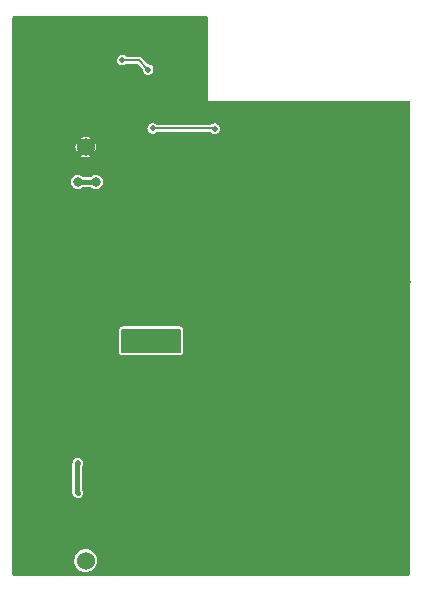
<source format=gbl>
%TF.GenerationSoftware,KiCad,Pcbnew,6.0.4-6f826c9f35~116~ubuntu20.04.1*%
%TF.CreationDate,2022-05-04T20:11:08+02:00*%
%TF.ProjectId,han_to_wifi_board,68616e5f-746f-45f7-9769-66695f626f61,rev?*%
%TF.SameCoordinates,Original*%
%TF.FileFunction,Copper,L2,Bot*%
%TF.FilePolarity,Positive*%
%FSLAX46Y46*%
G04 Gerber Fmt 4.6, Leading zero omitted, Abs format (unit mm)*
G04 Created by KiCad (PCBNEW 6.0.4-6f826c9f35~116~ubuntu20.04.1) date 2022-05-04 20:11:08*
%MOMM*%
%LPD*%
G01*
G04 APERTURE LIST*
%TA.AperFunction,ComponentPad*%
%ADD10C,1.524000*%
%TD*%
%TA.AperFunction,ViaPad*%
%ADD11C,0.800000*%
%TD*%
%TA.AperFunction,ViaPad*%
%ADD12C,0.500000*%
%TD*%
%TA.AperFunction,ViaPad*%
%ADD13C,0.600000*%
%TD*%
%TA.AperFunction,Conductor*%
%ADD14C,0.400000*%
%TD*%
%TA.AperFunction,Conductor*%
%ADD15C,0.200000*%
%TD*%
G04 APERTURE END LIST*
D10*
%TO.P,C3,1*%
%TO.N,/24V*%
X121718400Y-71181600D03*
%TO.P,C3,2*%
%TO.N,GND*%
X121718400Y-36181600D03*
%TD*%
D11*
%TO.N,+3V3*%
X122580400Y-39116000D03*
X121056400Y-39116000D03*
D12*
%TO.N,/GPIO0*%
X132633600Y-34600000D03*
X127406400Y-34594800D03*
D13*
%TO.N,GND*%
X116250000Y-65025000D03*
X116275000Y-64125000D03*
D11*
%TO.N,+3V3*%
X128200000Y-52000000D03*
X128200000Y-53000000D03*
X125200000Y-53000000D03*
X129200000Y-52000000D03*
D12*
X121050000Y-65425000D03*
X121050000Y-62925000D03*
D11*
X125200000Y-52000000D03*
X126200000Y-52000000D03*
X126200000Y-53000000D03*
X129200000Y-53000000D03*
%TO.N,GND*%
X121800000Y-64000000D03*
X118110000Y-35052000D03*
D12*
X146558000Y-50800000D03*
D11*
X122000000Y-31400000D03*
X122400000Y-56800000D03*
X125800000Y-40200000D03*
X135483600Y-57759600D03*
D12*
X116840000Y-36068000D03*
D11*
X116400000Y-70200000D03*
D12*
X120142000Y-63500000D03*
D11*
X122312000Y-51832000D03*
X125984000Y-50652000D03*
X148800000Y-47600000D03*
X119634000Y-35102800D03*
X128200000Y-45400000D03*
X130048000Y-36779200D03*
D12*
X124400000Y-42672000D03*
X128200000Y-41400000D03*
D11*
X131876800Y-67000000D03*
X129997200Y-33375600D03*
X130391608Y-49979157D03*
D13*
X118668800Y-65176400D03*
D11*
X128800000Y-50000000D03*
X145338800Y-67000000D03*
X124358400Y-32156400D03*
X143200000Y-57708800D03*
D12*
%TO.N,/ESP_Tx*%
X127000000Y-29600000D03*
X124815600Y-28803600D03*
%TD*%
D14*
%TO.N,+3V3*%
X121056400Y-39116000D02*
X122580400Y-39116000D01*
D15*
%TO.N,/GPIO0*%
X132633600Y-34600000D02*
X132628400Y-34594800D01*
X132628400Y-34594800D02*
X127406400Y-34594800D01*
%TO.N,/ESP_Tx*%
X124815600Y-28803600D02*
X126203600Y-28803600D01*
X126203600Y-28803600D02*
X127000000Y-29600000D01*
D14*
%TO.N,+3V3*%
X121050000Y-62925000D02*
X121000489Y-62974511D01*
X121000489Y-62974511D02*
X121000489Y-65375489D01*
X121000489Y-65375489D02*
X121050000Y-65425000D01*
%TD*%
%TA.AperFunction,Conductor*%
%TO.N,GND*%
G36*
X132030121Y-25112502D02*
G01*
X132076614Y-25166158D01*
X132088000Y-25218500D01*
X132088000Y-32284000D01*
X148328000Y-32284000D01*
X148328000Y-32279407D01*
X148358651Y-32275000D01*
X149076300Y-32275000D01*
X149144421Y-32295002D01*
X149190914Y-32348658D01*
X149202300Y-32401000D01*
X149202300Y-72317500D01*
X149182298Y-72385621D01*
X149128642Y-72432114D01*
X149076300Y-72443500D01*
X115642500Y-72443500D01*
X115574379Y-72423498D01*
X115527886Y-72369842D01*
X115516500Y-72317500D01*
X115516500Y-71168096D01*
X120751337Y-71168096D01*
X120767132Y-71356190D01*
X120819160Y-71537634D01*
X120905440Y-71705517D01*
X120909265Y-71710343D01*
X120909267Y-71710346D01*
X121018856Y-71848614D01*
X121018860Y-71848619D01*
X121022685Y-71853444D01*
X121166430Y-71975780D01*
X121171808Y-71978786D01*
X121171810Y-71978787D01*
X121248815Y-72021824D01*
X121331200Y-72067867D01*
X121510717Y-72126195D01*
X121698145Y-72148545D01*
X121704280Y-72148073D01*
X121704282Y-72148073D01*
X121880203Y-72134537D01*
X121880207Y-72134536D01*
X121886345Y-72134064D01*
X121892277Y-72132408D01*
X121892281Y-72132407D01*
X122062204Y-72084963D01*
X122062208Y-72084962D01*
X122068148Y-72083303D01*
X122147697Y-72043120D01*
X122231128Y-72000977D01*
X122231130Y-72000976D01*
X122236629Y-71998198D01*
X122385370Y-71881988D01*
X122389396Y-71877324D01*
X122389399Y-71877321D01*
X122504678Y-71743769D01*
X122504679Y-71743767D01*
X122508707Y-71739101D01*
X122601942Y-71574978D01*
X122661523Y-71395872D01*
X122685180Y-71208605D01*
X122685557Y-71181600D01*
X122667138Y-70993745D01*
X122612581Y-70813045D01*
X122523966Y-70646383D01*
X122404666Y-70500108D01*
X122398875Y-70495317D01*
X122263977Y-70383720D01*
X122263974Y-70383718D01*
X122259227Y-70379791D01*
X122093188Y-70290014D01*
X121912874Y-70234197D01*
X121906756Y-70233554D01*
X121906751Y-70233553D01*
X121731281Y-70215111D01*
X121731279Y-70215111D01*
X121725152Y-70214467D01*
X121609525Y-70224990D01*
X121543314Y-70231015D01*
X121543313Y-70231015D01*
X121537173Y-70231574D01*
X121356097Y-70284868D01*
X121188820Y-70372318D01*
X121041716Y-70490593D01*
X120920386Y-70635188D01*
X120829452Y-70800596D01*
X120772378Y-70980517D01*
X120751337Y-71168096D01*
X115516500Y-71168096D01*
X115516500Y-65419440D01*
X120594901Y-65419440D01*
X120596065Y-65428342D01*
X120596065Y-65428345D01*
X120610468Y-65538489D01*
X120610469Y-65538493D01*
X120611633Y-65547394D01*
X120663605Y-65665510D01*
X120746639Y-65764291D01*
X120854060Y-65835796D01*
X120977233Y-65874278D01*
X120986203Y-65874442D01*
X120986207Y-65874443D01*
X121044942Y-65875519D01*
X121106255Y-65876643D01*
X121168505Y-65859671D01*
X121222092Y-65845062D01*
X121222093Y-65845062D01*
X121230755Y-65842700D01*
X121238405Y-65838003D01*
X121238407Y-65838002D01*
X121333072Y-65779878D01*
X121333075Y-65779875D01*
X121340724Y-65775179D01*
X121346750Y-65768522D01*
X121421300Y-65686161D01*
X121421303Y-65686157D01*
X121427322Y-65679507D01*
X121483588Y-65563375D01*
X121504997Y-65436120D01*
X121505133Y-65425000D01*
X121486839Y-65297259D01*
X121433428Y-65179788D01*
X121427567Y-65172986D01*
X121422732Y-65165426D01*
X121425281Y-65163796D01*
X121402221Y-65112923D01*
X121400989Y-65095344D01*
X121400989Y-63254794D01*
X121422316Y-63185037D01*
X121427322Y-63179507D01*
X121431233Y-63171435D01*
X121431235Y-63171432D01*
X121455455Y-63121441D01*
X121483588Y-63063375D01*
X121504997Y-62936120D01*
X121505133Y-62925000D01*
X121486839Y-62797259D01*
X121433428Y-62679788D01*
X121349193Y-62582028D01*
X121240906Y-62511841D01*
X121232311Y-62509271D01*
X121232310Y-62509270D01*
X121125874Y-62477438D01*
X121125872Y-62477438D01*
X121117273Y-62474866D01*
X121108298Y-62474811D01*
X121108297Y-62474811D01*
X121053641Y-62474477D01*
X120988231Y-62474078D01*
X120976475Y-62477438D01*
X120872786Y-62507072D01*
X120872784Y-62507073D01*
X120864155Y-62509539D01*
X120755019Y-62578399D01*
X120669596Y-62675122D01*
X120665782Y-62683245D01*
X120665781Y-62683247D01*
X120639794Y-62738598D01*
X120614754Y-62791932D01*
X120613374Y-62800798D01*
X120596282Y-62910567D01*
X120596282Y-62910571D01*
X120594901Y-62919440D01*
X120596065Y-62928342D01*
X120596065Y-62928345D01*
X120598925Y-62950212D01*
X120599989Y-62966550D01*
X120599989Y-65377011D01*
X120598489Y-65396396D01*
X120594901Y-65419440D01*
X115516500Y-65419440D01*
X115516500Y-53468000D01*
X124508500Y-53468000D01*
X124513196Y-53511681D01*
X124524582Y-53564023D01*
X124527070Y-53574203D01*
X124570079Y-53654916D01*
X124616572Y-53708572D01*
X124634165Y-53726527D01*
X124713983Y-53771174D01*
X124734588Y-53777224D01*
X124777781Y-53789907D01*
X124777785Y-53789908D01*
X124782104Y-53791176D01*
X124786552Y-53791816D01*
X124786559Y-53791817D01*
X124835552Y-53798861D01*
X124835559Y-53798862D01*
X124840000Y-53799500D01*
X129668000Y-53799500D01*
X129671346Y-53799140D01*
X129671351Y-53799140D01*
X129708317Y-53795166D01*
X129708323Y-53795165D01*
X129711681Y-53794804D01*
X129764023Y-53783418D01*
X129764717Y-53783248D01*
X129764736Y-53783244D01*
X129765870Y-53782967D01*
X129774203Y-53780930D01*
X129854916Y-53737921D01*
X129868066Y-53726527D01*
X129907111Y-53692694D01*
X129907112Y-53692693D01*
X129908572Y-53691428D01*
X129926527Y-53673835D01*
X129971174Y-53594017D01*
X129991176Y-53525896D01*
X129991817Y-53521441D01*
X129998861Y-53472448D01*
X129998862Y-53472441D01*
X129999500Y-53468000D01*
X129999500Y-51688000D01*
X129994804Y-51644319D01*
X129983418Y-51591977D01*
X129980930Y-51581797D01*
X129937921Y-51501084D01*
X129891428Y-51447428D01*
X129873835Y-51429473D01*
X129794017Y-51384826D01*
X129752910Y-51372756D01*
X129730219Y-51366093D01*
X129730215Y-51366092D01*
X129725896Y-51364824D01*
X129721448Y-51364184D01*
X129721441Y-51364183D01*
X129672448Y-51357139D01*
X129672441Y-51357138D01*
X129668000Y-51356500D01*
X124840000Y-51356500D01*
X124836654Y-51356860D01*
X124836649Y-51356860D01*
X124799683Y-51360834D01*
X124799677Y-51360835D01*
X124796319Y-51361196D01*
X124743977Y-51372582D01*
X124743283Y-51372752D01*
X124743264Y-51372756D01*
X124742130Y-51373033D01*
X124733797Y-51375070D01*
X124653084Y-51418079D01*
X124647738Y-51422711D01*
X124647737Y-51422712D01*
X124632508Y-51435908D01*
X124599428Y-51464572D01*
X124581473Y-51482165D01*
X124536826Y-51561983D01*
X124516824Y-51630104D01*
X124516184Y-51634552D01*
X124516183Y-51634559D01*
X124509139Y-51683552D01*
X124509138Y-51683559D01*
X124508500Y-51688000D01*
X124508500Y-53468000D01*
X115516500Y-53468000D01*
X115516500Y-39116000D01*
X120450718Y-39116000D01*
X120471356Y-39272762D01*
X120531864Y-39418841D01*
X120628118Y-39544282D01*
X120753559Y-39640536D01*
X120899638Y-39701044D01*
X121056400Y-39721682D01*
X121064588Y-39720604D01*
X121204974Y-39702122D01*
X121213162Y-39701044D01*
X121359241Y-39640536D01*
X121484682Y-39544282D01*
X121486472Y-39546614D01*
X121536348Y-39519379D01*
X121563131Y-39516500D01*
X122073669Y-39516500D01*
X122141790Y-39536502D01*
X122151860Y-39544618D01*
X122152118Y-39544282D01*
X122277559Y-39640536D01*
X122423638Y-39701044D01*
X122580400Y-39721682D01*
X122588588Y-39720604D01*
X122728974Y-39702122D01*
X122737162Y-39701044D01*
X122883241Y-39640536D01*
X123008682Y-39544282D01*
X123104936Y-39418841D01*
X123165444Y-39272762D01*
X123186082Y-39116000D01*
X123165444Y-38959238D01*
X123104936Y-38813159D01*
X123008682Y-38687718D01*
X122883241Y-38591464D01*
X122737162Y-38530956D01*
X122580400Y-38510318D01*
X122423638Y-38530956D01*
X122277559Y-38591464D01*
X122152118Y-38687718D01*
X122150328Y-38685386D01*
X122100452Y-38712621D01*
X122073669Y-38715500D01*
X121563131Y-38715500D01*
X121495010Y-38695498D01*
X121484940Y-38687382D01*
X121484682Y-38687718D01*
X121365792Y-38596491D01*
X121359241Y-38591464D01*
X121213162Y-38530956D01*
X121056400Y-38510318D01*
X120899638Y-38530956D01*
X120753559Y-38591464D01*
X120628118Y-38687718D01*
X120531864Y-38813159D01*
X120471356Y-38959238D01*
X120450718Y-39116000D01*
X115516500Y-39116000D01*
X115516500Y-36944720D01*
X121320110Y-36944720D01*
X121323621Y-36949409D01*
X121444524Y-37003239D01*
X121457021Y-37007299D01*
X121621343Y-37042228D01*
X121634403Y-37043600D01*
X121802397Y-37043600D01*
X121815457Y-37042228D01*
X121979779Y-37007299D01*
X121992276Y-37003239D01*
X122106191Y-36952521D01*
X122116937Y-36943387D01*
X122115340Y-36937750D01*
X121731212Y-36553622D01*
X121717268Y-36546008D01*
X121715435Y-36546139D01*
X121708820Y-36550390D01*
X121326870Y-36932340D01*
X121320110Y-36944720D01*
X115516500Y-36944720D01*
X115516500Y-36188165D01*
X120852342Y-36188165D01*
X120869903Y-36355243D01*
X120872633Y-36368086D01*
X120924544Y-36527854D01*
X120929890Y-36539861D01*
X120946835Y-36569210D01*
X120957040Y-36578941D01*
X120965059Y-36575731D01*
X121346378Y-36194412D01*
X121352756Y-36182732D01*
X122082808Y-36182732D01*
X122082939Y-36184565D01*
X122087190Y-36191180D01*
X122468096Y-36572086D01*
X122480476Y-36578846D01*
X122487391Y-36573670D01*
X122506910Y-36539861D01*
X122512256Y-36527854D01*
X122564167Y-36368086D01*
X122566897Y-36355243D01*
X122584458Y-36188165D01*
X122584458Y-36175035D01*
X122566897Y-36007957D01*
X122564167Y-35995114D01*
X122512256Y-35835346D01*
X122506910Y-35823339D01*
X122489965Y-35793990D01*
X122479760Y-35784259D01*
X122471741Y-35787469D01*
X122090422Y-36168788D01*
X122082808Y-36182732D01*
X121352756Y-36182732D01*
X121353992Y-36180468D01*
X121353861Y-36178635D01*
X121349610Y-36172020D01*
X120968704Y-35791114D01*
X120956324Y-35784354D01*
X120949409Y-35789530D01*
X120929890Y-35823339D01*
X120924544Y-35835346D01*
X120872633Y-35995114D01*
X120869903Y-36007957D01*
X120852342Y-36175035D01*
X120852342Y-36188165D01*
X115516500Y-36188165D01*
X115516500Y-35419813D01*
X121319863Y-35419813D01*
X121321460Y-35425450D01*
X121705588Y-35809578D01*
X121719532Y-35817192D01*
X121721365Y-35817061D01*
X121727980Y-35812810D01*
X122109930Y-35430860D01*
X122116690Y-35418480D01*
X122113179Y-35413791D01*
X121992276Y-35359961D01*
X121979779Y-35355901D01*
X121815457Y-35320972D01*
X121802397Y-35319600D01*
X121634403Y-35319600D01*
X121621343Y-35320972D01*
X121457021Y-35355901D01*
X121444524Y-35359961D01*
X121330609Y-35410679D01*
X121319863Y-35419813D01*
X115516500Y-35419813D01*
X115516500Y-34589240D01*
X126951301Y-34589240D01*
X126952465Y-34598142D01*
X126952465Y-34598145D01*
X126966868Y-34708289D01*
X126966869Y-34708293D01*
X126968033Y-34717194D01*
X127020005Y-34835310D01*
X127103039Y-34934091D01*
X127210460Y-35005596D01*
X127333633Y-35044078D01*
X127342603Y-35044242D01*
X127342607Y-35044243D01*
X127401342Y-35045319D01*
X127462655Y-35046443D01*
X127524905Y-35029471D01*
X127578492Y-35014862D01*
X127578493Y-35014862D01*
X127587155Y-35012500D01*
X127594805Y-35007803D01*
X127594807Y-35007802D01*
X127689472Y-34949678D01*
X127689475Y-34949675D01*
X127697124Y-34944979D01*
X127704577Y-34936745D01*
X127706377Y-34935643D01*
X127710055Y-34932589D01*
X127710496Y-34933120D01*
X127765120Y-34899664D01*
X127797992Y-34895300D01*
X132234833Y-34895300D01*
X132302954Y-34915302D01*
X132318817Y-34927371D01*
X132324461Y-34932418D01*
X132330239Y-34939291D01*
X132437660Y-35010796D01*
X132526538Y-35038564D01*
X132551759Y-35046443D01*
X132560833Y-35049278D01*
X132569803Y-35049442D01*
X132569807Y-35049443D01*
X132628542Y-35050519D01*
X132689855Y-35051643D01*
X132752105Y-35034672D01*
X132805692Y-35020062D01*
X132805693Y-35020062D01*
X132814355Y-35017700D01*
X132822005Y-35013003D01*
X132822007Y-35013002D01*
X132916672Y-34954878D01*
X132916675Y-34954875D01*
X132924324Y-34950179D01*
X132930350Y-34943522D01*
X133004900Y-34861161D01*
X133004903Y-34861157D01*
X133010922Y-34854507D01*
X133067188Y-34738375D01*
X133070752Y-34717194D01*
X133087790Y-34615917D01*
X133088597Y-34611120D01*
X133088733Y-34600000D01*
X133070439Y-34472259D01*
X133065653Y-34461732D01*
X133020745Y-34362962D01*
X133020743Y-34362959D01*
X133017028Y-34354788D01*
X132991225Y-34324842D01*
X132938651Y-34263826D01*
X132938649Y-34263824D01*
X132932793Y-34257028D01*
X132824506Y-34186841D01*
X132815911Y-34184271D01*
X132815910Y-34184270D01*
X132709474Y-34152438D01*
X132709472Y-34152438D01*
X132700873Y-34149866D01*
X132691898Y-34149811D01*
X132691897Y-34149811D01*
X132637241Y-34149477D01*
X132571831Y-34149078D01*
X132560075Y-34152438D01*
X132456386Y-34182072D01*
X132456384Y-34182073D01*
X132447755Y-34184539D01*
X132440165Y-34189328D01*
X132354454Y-34243408D01*
X132338619Y-34253399D01*
X132332678Y-34260126D01*
X132327830Y-34264252D01*
X132262990Y-34293172D01*
X132246165Y-34294300D01*
X127799578Y-34294300D01*
X127731457Y-34274298D01*
X127716747Y-34263247D01*
X127711452Y-34258627D01*
X127705593Y-34251828D01*
X127597306Y-34181641D01*
X127588711Y-34179071D01*
X127588710Y-34179070D01*
X127482274Y-34147238D01*
X127482272Y-34147238D01*
X127473673Y-34144666D01*
X127464698Y-34144611D01*
X127464697Y-34144611D01*
X127410041Y-34144277D01*
X127344631Y-34143878D01*
X127282593Y-34161608D01*
X127229186Y-34176872D01*
X127229184Y-34176873D01*
X127220555Y-34179339D01*
X127111419Y-34248199D01*
X127105476Y-34254928D01*
X127105475Y-34254929D01*
X127097241Y-34264252D01*
X127025996Y-34344922D01*
X126971154Y-34461732D01*
X126962026Y-34520358D01*
X126952682Y-34580367D01*
X126952682Y-34580371D01*
X126951301Y-34589240D01*
X115516500Y-34589240D01*
X115516500Y-28798040D01*
X124360501Y-28798040D01*
X124361665Y-28806942D01*
X124361665Y-28806945D01*
X124376068Y-28917089D01*
X124376069Y-28917093D01*
X124377233Y-28925994D01*
X124429205Y-29044110D01*
X124512239Y-29142891D01*
X124619660Y-29214396D01*
X124742833Y-29252878D01*
X124751803Y-29253042D01*
X124751807Y-29253043D01*
X124810542Y-29254119D01*
X124871855Y-29255243D01*
X124934105Y-29238271D01*
X124987692Y-29223662D01*
X124987693Y-29223662D01*
X124996355Y-29221300D01*
X125004005Y-29216603D01*
X125004007Y-29216602D01*
X125098672Y-29158478D01*
X125098675Y-29158475D01*
X125106324Y-29153779D01*
X125113777Y-29145545D01*
X125115577Y-29144443D01*
X125119255Y-29141389D01*
X125119696Y-29141920D01*
X125174320Y-29108464D01*
X125207192Y-29104100D01*
X126026939Y-29104100D01*
X126095060Y-29124102D01*
X126116034Y-29141005D01*
X126510918Y-29535889D01*
X126544944Y-29598201D01*
X126546758Y-29608642D01*
X126561633Y-29722394D01*
X126613605Y-29840510D01*
X126696639Y-29939291D01*
X126804060Y-30010796D01*
X126927233Y-30049278D01*
X126936203Y-30049442D01*
X126936207Y-30049443D01*
X126994942Y-30050519D01*
X127056255Y-30051643D01*
X127118505Y-30034672D01*
X127172092Y-30020062D01*
X127172093Y-30020062D01*
X127180755Y-30017700D01*
X127188405Y-30013003D01*
X127188407Y-30013002D01*
X127283072Y-29954878D01*
X127283075Y-29954875D01*
X127290724Y-29950179D01*
X127296750Y-29943522D01*
X127371300Y-29861161D01*
X127371303Y-29861157D01*
X127377322Y-29854507D01*
X127433588Y-29738375D01*
X127454997Y-29611120D01*
X127455133Y-29600000D01*
X127436839Y-29472259D01*
X127383428Y-29354788D01*
X127299193Y-29257028D01*
X127190906Y-29186841D01*
X127182311Y-29184271D01*
X127182310Y-29184270D01*
X127075874Y-29152438D01*
X127075872Y-29152438D01*
X127067273Y-29149866D01*
X127058298Y-29149811D01*
X127058297Y-29149811D01*
X127027174Y-29149621D01*
X127026010Y-29149614D01*
X126958012Y-29129196D01*
X126937684Y-29112712D01*
X126453116Y-28628145D01*
X126451363Y-28626115D01*
X126449025Y-28621331D01*
X126413123Y-28588027D01*
X126409718Y-28584747D01*
X126396323Y-28571352D01*
X126392353Y-28568628D01*
X126389705Y-28566303D01*
X126375481Y-28553108D01*
X126375478Y-28553106D01*
X126366954Y-28545199D01*
X126356150Y-28540889D01*
X126352161Y-28538367D01*
X126341373Y-28532606D01*
X126337048Y-28530689D01*
X126327454Y-28524108D01*
X126316135Y-28521422D01*
X126316133Y-28521421D01*
X126303473Y-28518417D01*
X126285876Y-28512852D01*
X126271238Y-28507012D01*
X126271235Y-28507011D01*
X126262978Y-28503717D01*
X126256685Y-28503100D01*
X126253606Y-28503100D01*
X126250533Y-28502950D01*
X126250544Y-28502734D01*
X126239169Y-28501402D01*
X126229854Y-28500946D01*
X126218534Y-28498260D01*
X126207005Y-28499829D01*
X126207004Y-28499829D01*
X126191427Y-28501949D01*
X126174436Y-28503100D01*
X125208778Y-28503100D01*
X125140657Y-28483098D01*
X125125947Y-28472047D01*
X125120652Y-28467427D01*
X125114793Y-28460628D01*
X125006506Y-28390441D01*
X124997911Y-28387871D01*
X124997910Y-28387870D01*
X124891474Y-28356038D01*
X124891472Y-28356038D01*
X124882873Y-28353466D01*
X124873898Y-28353411D01*
X124873897Y-28353411D01*
X124819241Y-28353077D01*
X124753831Y-28352678D01*
X124742075Y-28356038D01*
X124638386Y-28385672D01*
X124638384Y-28385673D01*
X124629755Y-28388139D01*
X124520619Y-28456999D01*
X124514676Y-28463728D01*
X124514675Y-28463729D01*
X124480920Y-28501949D01*
X124435196Y-28553722D01*
X124431382Y-28561845D01*
X124431381Y-28561847D01*
X124420630Y-28584747D01*
X124380354Y-28670532D01*
X124378974Y-28679398D01*
X124361882Y-28789167D01*
X124361882Y-28789171D01*
X124360501Y-28798040D01*
X115516500Y-28798040D01*
X115516500Y-25218500D01*
X115536502Y-25150379D01*
X115590158Y-25103886D01*
X115642500Y-25092500D01*
X131962000Y-25092500D01*
X132030121Y-25112502D01*
G37*
%TD.AperFunction*%
%TD*%
%TA.AperFunction,Conductor*%
%TO.N,+3V3*%
G36*
X129736121Y-51582002D02*
G01*
X129782614Y-51635658D01*
X129794000Y-51688000D01*
X129794000Y-53468000D01*
X129773998Y-53536121D01*
X129720342Y-53582614D01*
X129668000Y-53594000D01*
X124840000Y-53594000D01*
X124771879Y-53573998D01*
X124725386Y-53520342D01*
X124714000Y-53468000D01*
X124714000Y-51688000D01*
X124734002Y-51619879D01*
X124787658Y-51573386D01*
X124840000Y-51562000D01*
X129668000Y-51562000D01*
X129736121Y-51582002D01*
G37*
%TD.AperFunction*%
%TD*%
M02*

</source>
